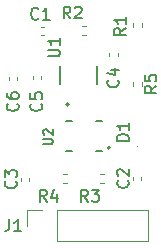
<source format=gto>
%TF.GenerationSoftware,KiCad,Pcbnew,9.0.5*%
%TF.CreationDate,2026-01-29T03:49:21-08:00*%
%TF.ProjectId,PCB Design Lab,50434220-4465-4736-9967-6e204c61622e,rev?*%
%TF.SameCoordinates,Original*%
%TF.FileFunction,Legend,Top*%
%TF.FilePolarity,Positive*%
%FSLAX46Y46*%
G04 Gerber Fmt 4.6, Leading zero omitted, Abs format (unit mm)*
G04 Created by KiCad (PCBNEW 9.0.5) date 2026-01-29 03:49:21*
%MOMM*%
%LPD*%
G01*
G04 APERTURE LIST*
%ADD10C,0.150000*%
%ADD11C,0.127000*%
%ADD12C,0.200000*%
%ADD13C,0.120000*%
%ADD14C,0.100000*%
G04 APERTURE END LIST*
D10*
X114454819Y-90161904D02*
X115264342Y-90161904D01*
X115264342Y-90161904D02*
X115359580Y-90114285D01*
X115359580Y-90114285D02*
X115407200Y-90066666D01*
X115407200Y-90066666D02*
X115454819Y-89971428D01*
X115454819Y-89971428D02*
X115454819Y-89780952D01*
X115454819Y-89780952D02*
X115407200Y-89685714D01*
X115407200Y-89685714D02*
X115359580Y-89638095D01*
X115359580Y-89638095D02*
X115264342Y-89590476D01*
X115264342Y-89590476D02*
X114454819Y-89590476D01*
X115454819Y-88590476D02*
X115454819Y-89161904D01*
X115454819Y-88876190D02*
X114454819Y-88876190D01*
X114454819Y-88876190D02*
X114597676Y-88971428D01*
X114597676Y-88971428D02*
X114692914Y-89066666D01*
X114692914Y-89066666D02*
X114740533Y-89161904D01*
X113633333Y-86959580D02*
X113585714Y-87007200D01*
X113585714Y-87007200D02*
X113442857Y-87054819D01*
X113442857Y-87054819D02*
X113347619Y-87054819D01*
X113347619Y-87054819D02*
X113204762Y-87007200D01*
X113204762Y-87007200D02*
X113109524Y-86911961D01*
X113109524Y-86911961D02*
X113061905Y-86816723D01*
X113061905Y-86816723D02*
X113014286Y-86626247D01*
X113014286Y-86626247D02*
X113014286Y-86483390D01*
X113014286Y-86483390D02*
X113061905Y-86292914D01*
X113061905Y-86292914D02*
X113109524Y-86197676D01*
X113109524Y-86197676D02*
X113204762Y-86102438D01*
X113204762Y-86102438D02*
X113347619Y-86054819D01*
X113347619Y-86054819D02*
X113442857Y-86054819D01*
X113442857Y-86054819D02*
X113585714Y-86102438D01*
X113585714Y-86102438D02*
X113633333Y-86150057D01*
X114585714Y-87054819D02*
X114014286Y-87054819D01*
X114300000Y-87054819D02*
X114300000Y-86054819D01*
X114300000Y-86054819D02*
X114204762Y-86197676D01*
X114204762Y-86197676D02*
X114109524Y-86292914D01*
X114109524Y-86292914D02*
X114014286Y-86340533D01*
X117833333Y-102454819D02*
X117500000Y-101978628D01*
X117261905Y-102454819D02*
X117261905Y-101454819D01*
X117261905Y-101454819D02*
X117642857Y-101454819D01*
X117642857Y-101454819D02*
X117738095Y-101502438D01*
X117738095Y-101502438D02*
X117785714Y-101550057D01*
X117785714Y-101550057D02*
X117833333Y-101645295D01*
X117833333Y-101645295D02*
X117833333Y-101788152D01*
X117833333Y-101788152D02*
X117785714Y-101883390D01*
X117785714Y-101883390D02*
X117738095Y-101931009D01*
X117738095Y-101931009D02*
X117642857Y-101978628D01*
X117642857Y-101978628D02*
X117261905Y-101978628D01*
X118166667Y-101454819D02*
X118785714Y-101454819D01*
X118785714Y-101454819D02*
X118452381Y-101835771D01*
X118452381Y-101835771D02*
X118595238Y-101835771D01*
X118595238Y-101835771D02*
X118690476Y-101883390D01*
X118690476Y-101883390D02*
X118738095Y-101931009D01*
X118738095Y-101931009D02*
X118785714Y-102026247D01*
X118785714Y-102026247D02*
X118785714Y-102264342D01*
X118785714Y-102264342D02*
X118738095Y-102359580D01*
X118738095Y-102359580D02*
X118690476Y-102407200D01*
X118690476Y-102407200D02*
X118595238Y-102454819D01*
X118595238Y-102454819D02*
X118309524Y-102454819D01*
X118309524Y-102454819D02*
X118214286Y-102407200D01*
X118214286Y-102407200D02*
X118166667Y-102359580D01*
X121054819Y-87766666D02*
X120578628Y-88099999D01*
X121054819Y-88338094D02*
X120054819Y-88338094D01*
X120054819Y-88338094D02*
X120054819Y-87957142D01*
X120054819Y-87957142D02*
X120102438Y-87861904D01*
X120102438Y-87861904D02*
X120150057Y-87814285D01*
X120150057Y-87814285D02*
X120245295Y-87766666D01*
X120245295Y-87766666D02*
X120388152Y-87766666D01*
X120388152Y-87766666D02*
X120483390Y-87814285D01*
X120483390Y-87814285D02*
X120531009Y-87861904D01*
X120531009Y-87861904D02*
X120578628Y-87957142D01*
X120578628Y-87957142D02*
X120578628Y-88338094D01*
X121054819Y-86814285D02*
X121054819Y-87385713D01*
X121054819Y-87099999D02*
X120054819Y-87099999D01*
X120054819Y-87099999D02*
X120197676Y-87195237D01*
X120197676Y-87195237D02*
X120292914Y-87290475D01*
X120292914Y-87290475D02*
X120340533Y-87385713D01*
X114062295Y-97609523D02*
X114709914Y-97609523D01*
X114709914Y-97609523D02*
X114786104Y-97571428D01*
X114786104Y-97571428D02*
X114824200Y-97533333D01*
X114824200Y-97533333D02*
X114862295Y-97457142D01*
X114862295Y-97457142D02*
X114862295Y-97304761D01*
X114862295Y-97304761D02*
X114824200Y-97228571D01*
X114824200Y-97228571D02*
X114786104Y-97190476D01*
X114786104Y-97190476D02*
X114709914Y-97152380D01*
X114709914Y-97152380D02*
X114062295Y-97152380D01*
X114138485Y-96809524D02*
X114100390Y-96771428D01*
X114100390Y-96771428D02*
X114062295Y-96695238D01*
X114062295Y-96695238D02*
X114062295Y-96504762D01*
X114062295Y-96504762D02*
X114100390Y-96428571D01*
X114100390Y-96428571D02*
X114138485Y-96390476D01*
X114138485Y-96390476D02*
X114214676Y-96352381D01*
X114214676Y-96352381D02*
X114290866Y-96352381D01*
X114290866Y-96352381D02*
X114405152Y-96390476D01*
X114405152Y-96390476D02*
X114862295Y-96847619D01*
X114862295Y-96847619D02*
X114862295Y-96352381D01*
X121199580Y-100666666D02*
X121247200Y-100714285D01*
X121247200Y-100714285D02*
X121294819Y-100857142D01*
X121294819Y-100857142D02*
X121294819Y-100952380D01*
X121294819Y-100952380D02*
X121247200Y-101095237D01*
X121247200Y-101095237D02*
X121151961Y-101190475D01*
X121151961Y-101190475D02*
X121056723Y-101238094D01*
X121056723Y-101238094D02*
X120866247Y-101285713D01*
X120866247Y-101285713D02*
X120723390Y-101285713D01*
X120723390Y-101285713D02*
X120532914Y-101238094D01*
X120532914Y-101238094D02*
X120437676Y-101190475D01*
X120437676Y-101190475D02*
X120342438Y-101095237D01*
X120342438Y-101095237D02*
X120294819Y-100952380D01*
X120294819Y-100952380D02*
X120294819Y-100857142D01*
X120294819Y-100857142D02*
X120342438Y-100714285D01*
X120342438Y-100714285D02*
X120390057Y-100666666D01*
X120390057Y-100285713D02*
X120342438Y-100238094D01*
X120342438Y-100238094D02*
X120294819Y-100142856D01*
X120294819Y-100142856D02*
X120294819Y-99904761D01*
X120294819Y-99904761D02*
X120342438Y-99809523D01*
X120342438Y-99809523D02*
X120390057Y-99761904D01*
X120390057Y-99761904D02*
X120485295Y-99714285D01*
X120485295Y-99714285D02*
X120580533Y-99714285D01*
X120580533Y-99714285D02*
X120723390Y-99761904D01*
X120723390Y-99761904D02*
X121294819Y-100333332D01*
X121294819Y-100333332D02*
X121294819Y-99714285D01*
X111166666Y-103954819D02*
X111166666Y-104669104D01*
X111166666Y-104669104D02*
X111119047Y-104811961D01*
X111119047Y-104811961D02*
X111023809Y-104907200D01*
X111023809Y-104907200D02*
X110880952Y-104954819D01*
X110880952Y-104954819D02*
X110785714Y-104954819D01*
X112166666Y-104954819D02*
X111595238Y-104954819D01*
X111880952Y-104954819D02*
X111880952Y-103954819D01*
X111880952Y-103954819D02*
X111785714Y-104097676D01*
X111785714Y-104097676D02*
X111690476Y-104192914D01*
X111690476Y-104192914D02*
X111595238Y-104240533D01*
X111859580Y-94166666D02*
X111907200Y-94214285D01*
X111907200Y-94214285D02*
X111954819Y-94357142D01*
X111954819Y-94357142D02*
X111954819Y-94452380D01*
X111954819Y-94452380D02*
X111907200Y-94595237D01*
X111907200Y-94595237D02*
X111811961Y-94690475D01*
X111811961Y-94690475D02*
X111716723Y-94738094D01*
X111716723Y-94738094D02*
X111526247Y-94785713D01*
X111526247Y-94785713D02*
X111383390Y-94785713D01*
X111383390Y-94785713D02*
X111192914Y-94738094D01*
X111192914Y-94738094D02*
X111097676Y-94690475D01*
X111097676Y-94690475D02*
X111002438Y-94595237D01*
X111002438Y-94595237D02*
X110954819Y-94452380D01*
X110954819Y-94452380D02*
X110954819Y-94357142D01*
X110954819Y-94357142D02*
X111002438Y-94214285D01*
X111002438Y-94214285D02*
X111050057Y-94166666D01*
X110954819Y-93309523D02*
X110954819Y-93499999D01*
X110954819Y-93499999D02*
X111002438Y-93595237D01*
X111002438Y-93595237D02*
X111050057Y-93642856D01*
X111050057Y-93642856D02*
X111192914Y-93738094D01*
X111192914Y-93738094D02*
X111383390Y-93785713D01*
X111383390Y-93785713D02*
X111764342Y-93785713D01*
X111764342Y-93785713D02*
X111859580Y-93738094D01*
X111859580Y-93738094D02*
X111907200Y-93690475D01*
X111907200Y-93690475D02*
X111954819Y-93595237D01*
X111954819Y-93595237D02*
X111954819Y-93404761D01*
X111954819Y-93404761D02*
X111907200Y-93309523D01*
X111907200Y-93309523D02*
X111859580Y-93261904D01*
X111859580Y-93261904D02*
X111764342Y-93214285D01*
X111764342Y-93214285D02*
X111526247Y-93214285D01*
X111526247Y-93214285D02*
X111431009Y-93261904D01*
X111431009Y-93261904D02*
X111383390Y-93309523D01*
X111383390Y-93309523D02*
X111335771Y-93404761D01*
X111335771Y-93404761D02*
X111335771Y-93595237D01*
X111335771Y-93595237D02*
X111383390Y-93690475D01*
X111383390Y-93690475D02*
X111431009Y-93738094D01*
X111431009Y-93738094D02*
X111526247Y-93785713D01*
X113859580Y-94166666D02*
X113907200Y-94214285D01*
X113907200Y-94214285D02*
X113954819Y-94357142D01*
X113954819Y-94357142D02*
X113954819Y-94452380D01*
X113954819Y-94452380D02*
X113907200Y-94595237D01*
X113907200Y-94595237D02*
X113811961Y-94690475D01*
X113811961Y-94690475D02*
X113716723Y-94738094D01*
X113716723Y-94738094D02*
X113526247Y-94785713D01*
X113526247Y-94785713D02*
X113383390Y-94785713D01*
X113383390Y-94785713D02*
X113192914Y-94738094D01*
X113192914Y-94738094D02*
X113097676Y-94690475D01*
X113097676Y-94690475D02*
X113002438Y-94595237D01*
X113002438Y-94595237D02*
X112954819Y-94452380D01*
X112954819Y-94452380D02*
X112954819Y-94357142D01*
X112954819Y-94357142D02*
X113002438Y-94214285D01*
X113002438Y-94214285D02*
X113050057Y-94166666D01*
X112954819Y-93261904D02*
X112954819Y-93738094D01*
X112954819Y-93738094D02*
X113431009Y-93785713D01*
X113431009Y-93785713D02*
X113383390Y-93738094D01*
X113383390Y-93738094D02*
X113335771Y-93642856D01*
X113335771Y-93642856D02*
X113335771Y-93404761D01*
X113335771Y-93404761D02*
X113383390Y-93309523D01*
X113383390Y-93309523D02*
X113431009Y-93261904D01*
X113431009Y-93261904D02*
X113526247Y-93214285D01*
X113526247Y-93214285D02*
X113764342Y-93214285D01*
X113764342Y-93214285D02*
X113859580Y-93261904D01*
X113859580Y-93261904D02*
X113907200Y-93309523D01*
X113907200Y-93309523D02*
X113954819Y-93404761D01*
X113954819Y-93404761D02*
X113954819Y-93642856D01*
X113954819Y-93642856D02*
X113907200Y-93738094D01*
X113907200Y-93738094D02*
X113859580Y-93785713D01*
X121284819Y-97310594D02*
X120284819Y-97310594D01*
X120284819Y-97310594D02*
X120284819Y-97072499D01*
X120284819Y-97072499D02*
X120332438Y-96929642D01*
X120332438Y-96929642D02*
X120427676Y-96834404D01*
X120427676Y-96834404D02*
X120522914Y-96786785D01*
X120522914Y-96786785D02*
X120713390Y-96739166D01*
X120713390Y-96739166D02*
X120856247Y-96739166D01*
X120856247Y-96739166D02*
X121046723Y-96786785D01*
X121046723Y-96786785D02*
X121141961Y-96834404D01*
X121141961Y-96834404D02*
X121237200Y-96929642D01*
X121237200Y-96929642D02*
X121284819Y-97072499D01*
X121284819Y-97072499D02*
X121284819Y-97310594D01*
X121284819Y-95786785D02*
X121284819Y-96358213D01*
X121284819Y-96072499D02*
X120284819Y-96072499D01*
X120284819Y-96072499D02*
X120427676Y-96167737D01*
X120427676Y-96167737D02*
X120522914Y-96262975D01*
X120522914Y-96262975D02*
X120570533Y-96358213D01*
X116333333Y-86954819D02*
X116000000Y-86478628D01*
X115761905Y-86954819D02*
X115761905Y-85954819D01*
X115761905Y-85954819D02*
X116142857Y-85954819D01*
X116142857Y-85954819D02*
X116238095Y-86002438D01*
X116238095Y-86002438D02*
X116285714Y-86050057D01*
X116285714Y-86050057D02*
X116333333Y-86145295D01*
X116333333Y-86145295D02*
X116333333Y-86288152D01*
X116333333Y-86288152D02*
X116285714Y-86383390D01*
X116285714Y-86383390D02*
X116238095Y-86431009D01*
X116238095Y-86431009D02*
X116142857Y-86478628D01*
X116142857Y-86478628D02*
X115761905Y-86478628D01*
X116714286Y-86050057D02*
X116761905Y-86002438D01*
X116761905Y-86002438D02*
X116857143Y-85954819D01*
X116857143Y-85954819D02*
X117095238Y-85954819D01*
X117095238Y-85954819D02*
X117190476Y-86002438D01*
X117190476Y-86002438D02*
X117238095Y-86050057D01*
X117238095Y-86050057D02*
X117285714Y-86145295D01*
X117285714Y-86145295D02*
X117285714Y-86240533D01*
X117285714Y-86240533D02*
X117238095Y-86383390D01*
X117238095Y-86383390D02*
X116666667Y-86954819D01*
X116666667Y-86954819D02*
X117285714Y-86954819D01*
X120359580Y-92166666D02*
X120407200Y-92214285D01*
X120407200Y-92214285D02*
X120454819Y-92357142D01*
X120454819Y-92357142D02*
X120454819Y-92452380D01*
X120454819Y-92452380D02*
X120407200Y-92595237D01*
X120407200Y-92595237D02*
X120311961Y-92690475D01*
X120311961Y-92690475D02*
X120216723Y-92738094D01*
X120216723Y-92738094D02*
X120026247Y-92785713D01*
X120026247Y-92785713D02*
X119883390Y-92785713D01*
X119883390Y-92785713D02*
X119692914Y-92738094D01*
X119692914Y-92738094D02*
X119597676Y-92690475D01*
X119597676Y-92690475D02*
X119502438Y-92595237D01*
X119502438Y-92595237D02*
X119454819Y-92452380D01*
X119454819Y-92452380D02*
X119454819Y-92357142D01*
X119454819Y-92357142D02*
X119502438Y-92214285D01*
X119502438Y-92214285D02*
X119550057Y-92166666D01*
X119788152Y-91309523D02*
X120454819Y-91309523D01*
X119407200Y-91547618D02*
X120121485Y-91785713D01*
X120121485Y-91785713D02*
X120121485Y-91166666D01*
X123624819Y-92666666D02*
X123148628Y-92999999D01*
X123624819Y-93238094D02*
X122624819Y-93238094D01*
X122624819Y-93238094D02*
X122624819Y-92857142D01*
X122624819Y-92857142D02*
X122672438Y-92761904D01*
X122672438Y-92761904D02*
X122720057Y-92714285D01*
X122720057Y-92714285D02*
X122815295Y-92666666D01*
X122815295Y-92666666D02*
X122958152Y-92666666D01*
X122958152Y-92666666D02*
X123053390Y-92714285D01*
X123053390Y-92714285D02*
X123101009Y-92761904D01*
X123101009Y-92761904D02*
X123148628Y-92857142D01*
X123148628Y-92857142D02*
X123148628Y-93238094D01*
X122624819Y-91761904D02*
X122624819Y-92238094D01*
X122624819Y-92238094D02*
X123101009Y-92285713D01*
X123101009Y-92285713D02*
X123053390Y-92238094D01*
X123053390Y-92238094D02*
X123005771Y-92142856D01*
X123005771Y-92142856D02*
X123005771Y-91904761D01*
X123005771Y-91904761D02*
X123053390Y-91809523D01*
X123053390Y-91809523D02*
X123101009Y-91761904D01*
X123101009Y-91761904D02*
X123196247Y-91714285D01*
X123196247Y-91714285D02*
X123434342Y-91714285D01*
X123434342Y-91714285D02*
X123529580Y-91761904D01*
X123529580Y-91761904D02*
X123577200Y-91809523D01*
X123577200Y-91809523D02*
X123624819Y-91904761D01*
X123624819Y-91904761D02*
X123624819Y-92142856D01*
X123624819Y-92142856D02*
X123577200Y-92238094D01*
X123577200Y-92238094D02*
X123529580Y-92285713D01*
X111699580Y-100734166D02*
X111747200Y-100781785D01*
X111747200Y-100781785D02*
X111794819Y-100924642D01*
X111794819Y-100924642D02*
X111794819Y-101019880D01*
X111794819Y-101019880D02*
X111747200Y-101162737D01*
X111747200Y-101162737D02*
X111651961Y-101257975D01*
X111651961Y-101257975D02*
X111556723Y-101305594D01*
X111556723Y-101305594D02*
X111366247Y-101353213D01*
X111366247Y-101353213D02*
X111223390Y-101353213D01*
X111223390Y-101353213D02*
X111032914Y-101305594D01*
X111032914Y-101305594D02*
X110937676Y-101257975D01*
X110937676Y-101257975D02*
X110842438Y-101162737D01*
X110842438Y-101162737D02*
X110794819Y-101019880D01*
X110794819Y-101019880D02*
X110794819Y-100924642D01*
X110794819Y-100924642D02*
X110842438Y-100781785D01*
X110842438Y-100781785D02*
X110890057Y-100734166D01*
X110794819Y-100400832D02*
X110794819Y-99781785D01*
X110794819Y-99781785D02*
X111175771Y-100115118D01*
X111175771Y-100115118D02*
X111175771Y-99972261D01*
X111175771Y-99972261D02*
X111223390Y-99877023D01*
X111223390Y-99877023D02*
X111271009Y-99829404D01*
X111271009Y-99829404D02*
X111366247Y-99781785D01*
X111366247Y-99781785D02*
X111604342Y-99781785D01*
X111604342Y-99781785D02*
X111699580Y-99829404D01*
X111699580Y-99829404D02*
X111747200Y-99877023D01*
X111747200Y-99877023D02*
X111794819Y-99972261D01*
X111794819Y-99972261D02*
X111794819Y-100257975D01*
X111794819Y-100257975D02*
X111747200Y-100353213D01*
X111747200Y-100353213D02*
X111699580Y-100400832D01*
X114333333Y-102454819D02*
X114000000Y-101978628D01*
X113761905Y-102454819D02*
X113761905Y-101454819D01*
X113761905Y-101454819D02*
X114142857Y-101454819D01*
X114142857Y-101454819D02*
X114238095Y-101502438D01*
X114238095Y-101502438D02*
X114285714Y-101550057D01*
X114285714Y-101550057D02*
X114333333Y-101645295D01*
X114333333Y-101645295D02*
X114333333Y-101788152D01*
X114333333Y-101788152D02*
X114285714Y-101883390D01*
X114285714Y-101883390D02*
X114238095Y-101931009D01*
X114238095Y-101931009D02*
X114142857Y-101978628D01*
X114142857Y-101978628D02*
X113761905Y-101978628D01*
X115190476Y-101788152D02*
X115190476Y-102454819D01*
X114952381Y-101407200D02*
X114714286Y-102121485D01*
X114714286Y-102121485D02*
X115333333Y-102121485D01*
D11*
%TO.C,U1*%
X115490000Y-90945000D02*
X115490000Y-92545000D01*
X118610000Y-92545000D02*
X118610000Y-90945000D01*
D12*
X116200000Y-94245000D02*
G75*
G02*
X116000000Y-94245000I-100000J0D01*
G01*
X116000000Y-94245000D02*
G75*
G02*
X116200000Y-94245000I100000J0D01*
G01*
D13*
%TO.C,C1*%
X113884165Y-87640000D02*
X114115835Y-87640000D01*
X113884165Y-88360000D02*
X114115835Y-88360000D01*
%TO.C,R3*%
X118832379Y-100120000D02*
X119167621Y-100120000D01*
X118832379Y-100880000D02*
X119167621Y-100880000D01*
%TO.C,R1*%
X121620000Y-87667621D02*
X121620000Y-87332379D01*
X122380000Y-87667621D02*
X122380000Y-87332379D01*
D11*
%TO.C,U2*%
X116510000Y-95610000D02*
X115950000Y-95610000D01*
X116510000Y-98210000D02*
X115950000Y-98210000D01*
X118490000Y-98210000D02*
X119050000Y-98210000D01*
X119050000Y-95610000D02*
X118490000Y-95610000D01*
D12*
X119690000Y-97905000D02*
G75*
G02*
X119490000Y-97905000I-100000J0D01*
G01*
X119490000Y-97905000D02*
G75*
G02*
X119690000Y-97905000I100000J0D01*
G01*
D13*
%TO.C,C2*%
X121640000Y-100615835D02*
X121640000Y-100384165D01*
X122360000Y-100615835D02*
X122360000Y-100384165D01*
%TO.C,J1*%
X112630000Y-103170000D02*
X113960000Y-103170000D01*
X112630000Y-104500000D02*
X112630000Y-103170000D01*
X115230000Y-103170000D02*
X122910000Y-103170000D01*
X115230000Y-105830000D02*
X115230000Y-103170000D01*
X115230000Y-105830000D02*
X122910000Y-105830000D01*
X122910000Y-105830000D02*
X122910000Y-103170000D01*
%TO.C,C6*%
X111140000Y-92183335D02*
X111140000Y-91951665D01*
X111860000Y-92183335D02*
X111860000Y-91951665D01*
%TO.C,C5*%
X113140000Y-92048335D02*
X113140000Y-91816665D01*
X113860000Y-92048335D02*
X113860000Y-91816665D01*
D14*
%TO.C,D1*%
X122050000Y-97837500D02*
G75*
G02*
X121950000Y-97837500I-50000J0D01*
G01*
X121950000Y-97837500D02*
G75*
G02*
X122050000Y-97837500I50000J0D01*
G01*
D13*
%TO.C,R2*%
X117332379Y-87620000D02*
X117667621Y-87620000D01*
X117332379Y-88380000D02*
X117667621Y-88380000D01*
%TO.C,C4*%
X119640000Y-90115835D02*
X119640000Y-89884165D01*
X120360000Y-90115835D02*
X120360000Y-89884165D01*
%TO.C,R5*%
X121620000Y-92332379D02*
X121620000Y-92667621D01*
X122380000Y-92332379D02*
X122380000Y-92667621D01*
%TO.C,C3*%
X112140000Y-100683335D02*
X112140000Y-100451665D01*
X112860000Y-100683335D02*
X112860000Y-100451665D01*
%TO.C,R4*%
X115734879Y-100120000D02*
X116070121Y-100120000D01*
X115734879Y-100880000D02*
X116070121Y-100880000D01*
%TD*%
M02*

</source>
